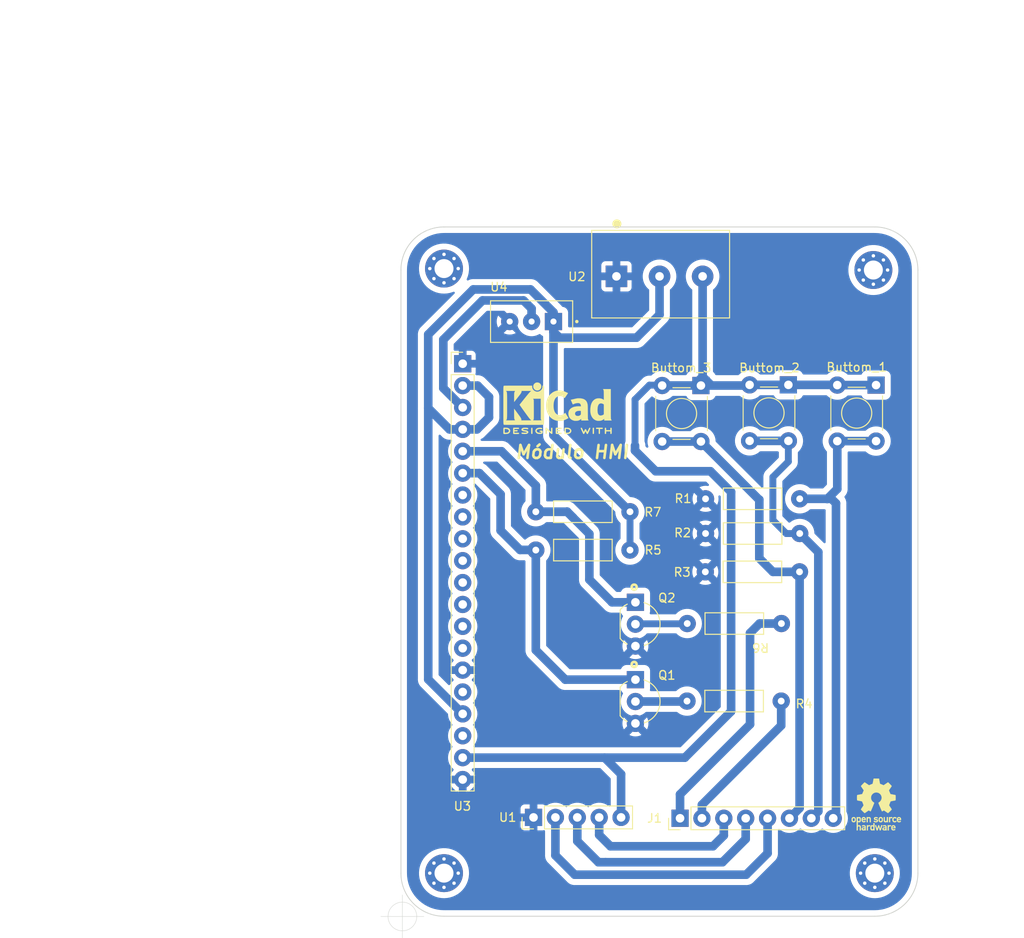
<source format=kicad_pcb>
(kicad_pcb (version 20211014) (generator pcbnew)
  (title_block (title "PLACA DE CONTROL + HMI DIGITAL") (rev "V01") (comment 2 "creativecommons.orgn/licenses/by/4.0/") (comment 3 "License: CC BY 4.0") (comment 4 "Author: Ibañez Lucas"))
  (layers (0 "F.Cu" signal) (31 "B.Cu" signal) (34 "B.Paste" user) (35 "F.Paste" user) (36 "B.SilkS" user "B.Silkscreen") (37 "F.SilkS" user "F.Silkscreen") (38 "B.Mask" user) (39 "F.Mask" user) (44 "Edge.Cuts" user))
  (net 0 "")
  (net 1 "/fromMicroC_DisplaySID")
  (net 2 "/fromMicroC_DisplaySCLK")
  (net 3 "/toMicroC_EncoderButton")
  (net 4 "/toMicroC_EncoderSignalB")
  (net 5 "/toMicroC_EncoderSignalA")
  (net 6 "/toMicroC_Button3")
  (net 7 "/toMicroC_Button2")
  (net 8 "/toMicroC_Button1")
  (net 9 "+3V3")
  (net 10 "Net-(Q1-Pad1)")
  (net 18 "Net-(Q2-Pad1)")
  (net 22 "Net-(Q1-Pad2)")
  (net 23 "Net-(Q2-Pad2)")
  (net 24 "Net-(U3-Pad3)")
  (net 25 "GND")
  (net 26 "+5V")
  (footprint "CEDCp:BC548" (layer "F.Cu") (at 138.517 114.369 -90)
    (fp_text reference "Q1" (at -3.048 -2.794 unlocked) (layer "F.SilkS"))
    (fp_text value "BC548")
    (pad "1" thru_hole rect (at -2.54 0.8525 270) (size 2 2) (drill 1) (layers *.Cu *.Mask) (net 10 "Net-(Q1-Pad1)"))
    (pad "2" thru_hole circle (at 0 0.8525 270) (size 2 2) (drill 1) (layers *.Cu *.Mask "Dwgs.User") (net 22 "Net-(Q1-Pad2)"))
    (pad "3" thru_hole circle (at 2.54 0.8525 270) (size 2 2) (drill 1) (layers *.Cu *.Mask) (net 25 "GND"))
  )
  (footprint "CEDCp:BC548" (layer "F.Cu") (at 138.517 105.394 -90)
    (fp_text reference "Q2" (at -3.048 -2.794 unlocked) (layer "F.SilkS"))
    (fp_text value "BC548")
    (pad "1" thru_hole rect (at -2.54 0.8525 270) (size 2 2) (drill 1) (layers *.Cu *.Mask) (net 18 "Net-(Q2-Pad1)"))
    (pad "2" thru_hole circle (at 0 0.8525 270) (size 2 2) (drill 1) (layers *.Cu *.Mask "Dwgs.User") (net 23 "Net-(Q2-Pad2)"))
    (pad "3" thru_hole circle (at 2.54 0.8525 270) (size 2 2) (drill 1) (layers *.Cu *.Mask) (net 25 "GND"))
  )
  (footprint "Symbol:OSHW-Logo_5.7x6mm_SilkScreen" (layer "F.Cu") (at 165.617 126.319)
    (fp_text reference "REF**" hide)
    (fp_text value "OSHW-Logo_5.7x6mm_SilkScreen" hide)
  )
  (footprint "CEDCp:Resistencia_0,25W" (layer "F.Cu") (at 131.567 92.344 180)
    (fp_text reference "R7" (at -8.125 -0.05 unlocked) (layer "F.SilkS"))
    (fp_text value "1k")
    (pad "1" thru_hole circle (at -5.465 0 180) (size 2 2) (drill 0.79) (layers *.Cu *.Mask) (net 26 "+5V"))
    (pad "2" thru_hole circle (at 5.465 0 180) (size 2 2) (drill 0.79) (layers *.Cu *.Mask) (net 18 "Net-(Q2-Pad1)"))
  )
  (footprint "MountingHole:MountingHole_2.2mm_M2_Pad_Via" (layer "F.Cu") (at 165.447 134.289)
    (fp_text reference "H3" hide)
    (fp_text value "MountingHole" hide)
    (pad "1" thru_hole circle locked (at 1.166726 -1.166726) (size 0.7 0.7) (drill 0.4) (layers *.Cu *.Mask))
    (pad "1" thru_hole circle locked (at 0 1.65) (size 0.7 0.7) (drill 0.4) (layers *.Cu *.Mask))
    (pad "1" thru_hole circle locked (at 1.166726 1.166726) (size 0.7 0.7) (drill 0.4) (layers *.Cu *.Mask))
    (pad "1" thru_hole circle locked (at 1.65 0) (size 0.7 0.7) (drill 0.4) (layers *.Cu *.Mask))
    (pad "1" thru_hole circle locked (at -1.65 0) (size 0.7 0.7) (drill 0.4) (layers *.Cu *.Mask))
    (pad "1" thru_hole circle locked (at -1.166726 -1.166726) (size 0.7 0.7) (drill 0.4) (layers *.Cu *.Mask))
    (pad "1" thru_hole circle locked (at 0 0) (size 4.4 4.4) (drill 2.2) (layers *.Cu *.Mask))
    (pad "1" thru_hole circle locked (at -1.166726 1.166726) (size 0.7 0.7) (drill 0.4) (layers *.Cu *.Mask))
    (pad "1" thru_hole circle locked (at 0 -1.65) (size 0.7 0.7) (drill 0.4) (layers *.Cu *.Mask))
  )
  (footprint "CEDCp:Resistencia_0,25W" (layer "F.Cu") (at 151.267 94.869 180)
    (fp_text reference "R2" (at 8.125 0.075 unlocked) (layer "F.SilkS"))
    (fp_text value "10k")
    (pad "1" thru_hole circle (at -5.465 0 180) (size 2 2) (drill 0.79) (layers *.Cu *.Mask) (net 7 "/toMicroC_Button2"))
    (pad "2" thru_hole circle (at 5.465 0 180) (size 2 2) (drill 0.79) (layers *.Cu *.Mask) (net 25 "GND"))
  )
  (footprint "MountingHole:MountingHole_2.2mm_M2_Pad_Via" (layer "F.Cu") (at 115.447 134.289)
    (fp_text reference "H4" hide)
    (fp_text value "MountingHole" hide)
    (pad "1" thru_hole circle locked (at 0 -1.65) (size 0.7 0.7) (drill 0.4) (layers *.Cu *.Mask))
    (pad "1" thru_hole circle locked (at 0 1.65) (size 0.7 0.7) (drill 0.4) (layers *.Cu *.Mask))
    (pad "1" thru_hole circle locked (at -1.65 0) (size 0.7 0.7) (drill 0.4) (layers *.Cu *.Mask))
    (pad "1" thru_hole circle locked (at -1.166726 1.166726) (size 0.7 0.7) (drill 0.4) (layers *.Cu *.Mask))
    (pad "1" thru_hole circle locked (at 1.166726 -1.166726) (size 0.7 0.7) (drill 0.4) (layers *.Cu *.Mask))
    (pad "1" thru_hole circle locked (at 1.65 0) (size 0.7 0.7) (drill 0.4) (layers *.Cu *.Mask))
    (pad "1" thru_hole circle locked (at 0 0) (size 4.4 4.4) (drill 2.2) (layers *.Cu *.Mask))
    (pad "1" thru_hole circle locked (at -1.166726 -1.166726) (size 0.7 0.7) (drill 0.4) (layers *.Cu *.Mask))
    (pad "1" thru_hole circle locked (at 1.166726 1.166726) (size 0.7 0.7) (drill 0.4) (layers *.Cu *.Mask))
  )
  (footprint "CEDCp:Resistencia_0,25W" (layer "F.Cu") (at 151.242 99.319 180)
    (fp_text reference "R3" (at 8.15 -0.05 unlocked) (layer "F.SilkS"))
    (fp_text value "10k")
    (pad "1" thru_hole circle (at -5.465 0 180) (size 2 2) (drill 0.79) (layers *.Cu *.Mask) (net 6 "/toMicroC_Button3"))
    (pad "2" thru_hole circle (at 5.465 0 180) (size 2 2) (drill 0.79) (layers *.Cu *.Mask) (net 25 "GND"))
  )
  (footprint "CEDCp:Preset_Multivueltas_Vertical" (layer "F.Cu") (at 125.612 70.269 180)
    (fp_text reference "U4" (at 3.795 4 unlocked) (layer "F.SilkS"))
    (fp_text value "10K")
    (pad "1" thru_hole rect (at -2.54 0 180) (size 2 2) (drill 0.71) (layers *.Cu *.Mask) (net 26 "+5V"))
    (pad "2" thru_hole circle (at 0 0 180) (size 2 2) (drill 0.71) (layers *.Cu *.Mask) (net 24 "Net-(U3-Pad3)"))
    (pad "3" thru_hole circle (at 2.54 0 180) (size 2 2) (drill 0.71) (layers *.Cu *.Mask) (net 25 "GND"))
  )
  (footprint "Symbol:KiCad-Logo2_5mm_SilkScreen" (layer "F.Cu") (at 128.617 80.319)
    (fp_text reference "REF**" hide)
    (fp_text value "KiCad-Logo2_5mm_SilkScreen" hide)
  )
  (footprint "CEDCp:Resistencia_0,25W" (layer "F.Cu") (at 149.142 105.319 180)
    (fp_text reference "R6" (at -3.048 -2.794 180 unlocked) (layer "F.SilkS"))
    (fp_text value "2k7")
    (pad "1" thru_hole circle (at -5.465 0 180) (size 2 2) (drill 0.79) (layers *.Cu *.Mask) (net 1 "/fromMicroC_DisplaySID"))
    (pad "2" thru_hole circle (at 5.465 0 180) (size 2 2) (drill 0.79) (layers *.Cu *.Mask) (net 23 "Net-(Q2-Pad2)"))
  )
  (footprint "CEDCp:Pulsador_4Pines" (layer "F.Cu") (at 143.017 80.944 -90)
    (fp_text reference "Buttom_3" (at -5.3 0.05 unlocked) (layer "F.SilkS"))
    (fp_text value "-")
    (pad "1" thru_hole rect (at -3.25 -2.25 270) (size 2 2) (drill 0.99) (layers *.Cu *.Mask) (net 9 "+3V3"))
    (pad "2" thru_hole circle (at -3.25 2.25 270) (size 2 2) (drill 0.99) (layers *.Cu *.Mask) (net 9 "+3V3"))
    (pad "3" thru_hole circle (at 3.25 -2.25 270) (size 2 2) (drill 0.99) (layers *.Cu *.Mask) (net 6 "/toMicroC_Button3"))
    (pad "4" thru_hole circle (at 3.25 2.25 270) (size 2 2) (drill 0.99) (layers *.Cu *.Mask) (net 6 "/toMicroC_Button3"))
  )
  (footprint "CEDCp:Resistencia_0,25W" (layer "F.Cu") (at 131.567 96.794 180)
    (fp_text reference "R5" (at -8.15 0 unlocked) (layer "F.SilkS"))
    (fp_text value "1k")
    (pad "1" thru_hole circle (at -5.465 0 180) (size 2 2) (drill 0.79) (layers *.Cu *.Mask) (net 26 "+5V"))
    (pad "2" thru_hole circle (at 5.465 0 180) (size 2 2) (drill 0.79) (layers *.Cu *.Mask) (net 10 "Net-(Q1-Pad1)"))
  )
  (footprint "MountingHole:MountingHole_2.2mm_M2_Pad_Via" (layer "F.Cu") (at 115.447 64.122274)
    (fp_text reference "H1" hide)
    (fp_text value "MountingHole" hide)
    (pad "1" thru_hole circle locked (at 1.166726 1.166726) (size 0.7 0.7) (drill 0.4) (layers *.Cu *.Mask))
    (pad "1" thru_hole circle locked (at 1.65 0) (size 0.7 0.7) (drill 0.4) (layers *.Cu *.Mask))
    (pad "1" thru_hole circle locked (at -1.166726 -1.166726) (size 0.7 0.7) (drill 0.4) (layers *.Cu *.Mask))
    (pad "1" thru_hole circle locked (at 1.166726 -1.166726) (size 0.7 0.7) (drill 0.4) (layers *.Cu *.Mask))
    (pad "1" thru_hole circle locked (at -1.166726 1.166726) (size 0.7 0.7) (drill 0.4) (layers *.Cu *.Mask))
    (pad "1" thru_hole circle locked (at 0 1.65) (size 0.7 0.7) (drill 0.4) (layers *.Cu *.Mask))
    (pad "1" thru_hole circle locked (at 0 0) (size 4.4 4.4) (drill 2.2) (layers *.Cu *.Mask))
    (pad "1" thru_hole circle locked (at 0 -1.65) (size 0.7 0.7) (drill 0.4) (layers *.Cu *.Mask))
    (pad "1" thru_hole circle locked (at -1.65 0) (size 0.7 0.7) (drill 0.4) (layers *.Cu *.Mask))
  )
  (footprint "CEDCp:Resistencia_0,25W" (layer "F.Cu") (at 149.117 114.319 180)
    (fp_text reference "R4" (at -8.125 -0.325 unlocked) (layer "F.SilkS"))
    (fp_text value "2k7")
    (pad "1" thru_hole circle (at -5.465 0 180) (size 2 2) (drill 0.79) (layers *.Cu *.Mask) (net 2 "/fromMicroC_DisplaySCLK"))
    (pad "2" thru_hole circle (at 5.465 0 180) (size 2 2) (drill 0.79) (layers *.Cu *.Mask) (net 22 "Net-(Q1-Pad2)"))
  )
  (footprint "CEDCp:Resistencia_0,25W" (layer "F.Cu") (at 151.267 90.844 180)
    (fp_text reference "R1" (at 8.075 0.025 unlocked) (layer "F.SilkS"))
    (fp_text value "10k")
    (pad "1" thru_hole circle (at -5.465 0 180) (size 2 2) (drill 0.79) (layers *.Cu *.Mask) (net 8 "/toMicroC_Button1"))
    (pad "2" thru_hole circle (at 5.465 0 180) (size 2 2) (drill 0.79) (layers *.Cu *.Mask) (net 25 "GND"))
  )
  (footprint "CEDCp:Pulsador_4Pines" (layer "F.Cu") (at 153.167 80.869 -90)
    (fp_text reference "Buttom_2" (at -5.225 -0.05 unlocked) (layer "F.SilkS"))
    (fp_text value "-")
    (pad "1" thru_hole rect (at -3.25 -2.25 270) (size 2 2) (drill 0.99) (layers *.Cu *.Mask) (net 9 "+3V3"))
    (pad "2" thru_hole circle (at -3.25 2.25 270) (size 2 2) (drill 0.99) (layers *.Cu *.Mask) (net 9 "+3V3"))
    (pad "3" thru_hole circle (at 3.25 -2.25 270) (size 2 2) (drill 0.99) (layers *.Cu *.Mask) (net 7 "/toMicroC_Button2"))
    (pad "4" thru_hole circle (at 3.25 2.25 270) (size 2 2) (drill 0.99) (layers *.Cu *.Mask) (net 7 "/toMicroC_Button2"))
  )
  (footprint "Connector_PinHeader_2.54mm:PinHeader_1x20_P2.54mm_Vertical" (layer "F.Cu") (at 117.617 75.164)
    (fp_text reference "U3" (at -0.03 51.355) (layer "F.SilkS"))
    (fp_text value "ST7920_Display")
    (pad "1" thru_hole rect locked (at 0 0) (size 2 2) (drill 1) (layers *.Cu *.Mask) (net 25 "GND"))
    (pad "2" thru_hole oval locked (at 0 2.54) (size 2 2) (drill 1) (layers *.Cu *.Mask) (net 26 "+5V"))
    (pad "3" thru_hole oval locked (at 0 5.08) (size 2 2) (drill 1) (layers *.Cu *.Mask) (net 24 "Net-(U3-Pad3)"))
    (pad "4" thru_hole oval locked (at 0 7.62) (size 2 2) (drill 1) (layers *.Cu *.Mask) (net 26 "+5V"))
    (pad "5" thru_hole oval locked (at 0 10.16) (size 2 2) (drill 1) (layers *.Cu *.Mask) (net 18 "Net-(Q2-Pad1)"))
    (pad "6" thru_hole oval locked (at 0 12.7) (size 2 2) (drill 1) (layers *.Cu *.Mask) (net 10 "Net-(Q1-Pad1)"))
    (pad "7" thru_hole oval locked (at 0 15.24) (size 2 2) (drill 1) (layers *.Cu *.Mask))
    (pad "8" thru_hole oval locked (at 0 17.78) (size 2 2) (drill 1) (layers *.Cu *.Mask))
    (pad "9" thru_hole oval locked (at 0 20.32) (size 2 2) (drill 1) (layers *.Cu *.Mask))
    (pad "10" thru_hole oval locked (at 0 22.86) (size 2 2) (drill 1) (layers *.Cu *.Mask))
    (pad "11" thru_hole oval locked (at 0 25.4) (size 2 2) (drill 1) (layers *.Cu *.Mask))
    (pad "12" thru_hole oval locked (at 0 27.94) (size 2 2) (drill 1) (layers *.Cu *.Mask))
    (pad "13" thru_hole oval locked (at 0 30.48) (size 2 2) (drill 1) (layers *.Cu *.Mask))
    (pad "14" thru_hole oval locked (at 0 33.02) (size 2 2) (drill 1) (layers *.Cu *.Mask))
    (pad "15" thru_hole oval locked (at 0 35.56) (size 2 2) (drill 1) (layers *.Cu *.Mask) (net 25 "GND"))
    (pad "16" thru_hole oval locked (at 0 38.1) (size 2 2) (drill 1) (layers *.Cu *.Mask))
    (pad "17" thru_hole oval locked (at 0 40.64) (size 2 2) (drill 1) (layers *.Cu *.Mask) (net 26 "+5V"))
    (pad "18" thru_hole oval locked (at 0 43.18) (size 2 2) (drill 1) (layers *.Cu *.Mask))
    (pad "19" thru_hole oval locked (at 0 45.72) (size 2 2) (drill 1) (layers *.Cu *.Mask) (net 9 "+3V3"))
    (pad "20" thru_hole oval locked (at 0 48.26) (size 2 2) (drill 1) (layers *.Cu *.Mask) (net 25 "GND"))
  )
  (footprint "CEDCp:Pulsador_4Pines" (layer "F.Cu") (at 163.342 80.894 -90)
    (fp_text reference "Buttom_1" (at -5.325 0 unlocked) (layer "F.SilkS"))
    (fp_text value "-")
    (pad "1" thru_hole rect (at -3.25 -2.25 270) (size 2 2) (drill 0.99) (layers *.Cu *.Mask) (net 9 "+3V3"))
    (pad "2" thru_hole circle (at -3.25 2.25 270) (size 2 2) (drill 0.99) (layers *.Cu *.Mask) (net 9 "+3V3"))
    (pad "3" thru_hole circle (at 3.25 -2.25 270) (size 2 2) (drill 0.99) (layers *.Cu *.Mask) (net 8 "/toMicroC_Button1"))
    (pad "4" thru_hole circle (at 3.25 2.25 270) (size 2 2) (drill 0.99) (layers *.Cu *.Mask) (net 8 "/toMicroC_Button1"))
  )
  (footprint "CEDCp:Bornera_1x3" (layer "F.Cu") (at 140.462 65.024)
    (fp_text reference "U2" (at -9.595 0.045 unlocked) (layer "F.SilkS"))
    (fp_text value "Alimentación")
    (pad "1" thru_hole circle (at 0 0) (size 2.5 2.5) (drill 1) (layers *.Cu *.Mask) (net 26 "+5V"))
    (pad "2" thru_hole rect (at -5 0) (size 2.5 2.5) (drill 1) (layers *.Cu *.Mask) (net 25 "GND"))
    (pad "3" thru_hole circle (at 5 0) (size 2.5 2.5) (drill 1) (layers *.Cu *.Mask) (net 9 "+3V3"))
  )
  (footprint "Connector_PinHeader_2.54mm:PinHeader_1x05_P2.54mm_Vertical" (layer "F.Cu") (at 125.837 127.819 90)
    (fp_text reference "U1" (at 0 -3 180) (layer "F.SilkS"))
    (fp_text value "EC11_Module")
    (pad "1" thru_hole rect locked (at 0 0 90) (size 2 2) (drill 1) (layers *.Cu *.Mask) (net 25 "GND"))
    (pad "2" thru_hole oval locked (at 0 2.54 90) (size 2 2) (drill 1) (layers *.Cu *.Mask) (net 5 "/toMicroC_EncoderSignalA"))
    (pad "3" thru_hole oval locked (at 0 5.08 90) (size 2 2) (drill 1) (layers *.Cu *.Mask) (net 4 "/toMicroC_EncoderSignalB"))
    (pad "4" thru_hole oval locked (at 0 7.62 90) (size 2 2) (drill 1) (layers *.Cu *.Mask) (net 3 "/toMicroC_EncoderButton"))
    (pad "5" thru_hole oval locked (at 0 10.16 90) (size 2 2) (drill 1) (layers *.Cu *.Mask) (net 9 "+3V3"))
  )
  (footprint "MountingHole:MountingHole_2.2mm_M2_Pad_Via" (layer "F.Cu") (at 165.280274 64.289)
    (fp_text reference "H2" hide)
    (fp_text value "MountingHole" hide)
    (pad "1" thru_hole circle locked (at 1.65 0) (size 0.7 0.7) (drill 0.4) (layers *.Cu *.Mask))
    (pad "1" thru_hole circle locked (at -1.166726 1.166726) (size 0.7 0.7) (drill 0.4) (layers *.Cu *.Mask))
    (pad "1" thru_hole circle locked (at -1.166726 -1.166726) (size 0.7 0.7) (drill 0.4) (layers *.Cu *.Mask))
    (pad "1" thru_hole circle locked (at -1.65 0) (size 0.7 0.7) (drill 0.4) (layers *.Cu *.Mask))
    (pad "1" thru_hole circle locked (at 1.166726 1.166726) (size 0.7 0.7) (drill 0.4) (layers *.Cu *.Mask))
    (pad "1" thru_hole circle locked (at 0 0) (size 4.4 4.4) (drill 2.2) (layers *.Cu *.Mask))
    (pad "1" thru_hole circle locked (at 1.166726 -1.166726) (size 0.7 0.7) (drill 0.4) (layers *.Cu *.Mask))
    (pad "1" thru_hole circle locked (at 0 1.65) (size 0.7 0.7) (drill 0.4) (layers *.Cu *.Mask))
    (pad "1" thru_hole circle locked (at 0 -1.65) (size 0.7 0.7) (drill 0.4) (layers *.Cu *.Mask))
  )
  (footprint "Connector_PinHeader_2.54mm:PinHeader_1x08_P2.54mm_Vertical" (layer "F.Cu") (at 142.842 127.919 90)
    (fp_text reference "J1" (at 0 -2.955 180) (layer "F.SilkS"))
    (fp_text value "Entradas / Salidas" hide)
    (pad "1" thru_hole rect (at 0 0 90) (size 2 2) (drill 1) (layers *.Cu *.Mask) (net 1 "/fromMicroC_DisplaySID"))
    (pad "2" thru_hole oval (at 0 2.54 90) (size 2 2) (drill 1) (layers *.Cu *.Mask) (net 2 "/fromMicroC_DisplaySCLK"))
    (pad "3" thru_hole oval (at 0 5.08 90) (size 2 2) (drill 1) (layers *.Cu *.Mask) (net 3 "/toMicroC_EncoderButton"))
    (pad "4" thru_hole oval (at 0 7.62 90) (size 2 2) (drill 1) (layers *.Cu *.Mask) (net 4 "/toMicroC_EncoderSignalB"))
    (pad "5" thru_hole oval (at 0 10.16 90) (size 2 2) (drill 1) (layers *.Cu *.Mask) (net 5 "/toMicroC_EncoderSignalA"))
    (pad "6" thru_hole oval (at 0 12.7 90) (size 2 2) (drill 1) (layers *.Cu *.Mask) (net 6 "/toMicroC_Button3"))
    (pad "7" thru_hole oval (at 0 15.24 90) (size 2 2) (drill 1) (layers *.Cu *.Mask) (net 7 "/toMicroC_Button2"))
    (pad "8" thru_hole oval (at 0 17.78 90) (size 2 2) (drill 1) (layers *.Cu *.Mask) (net 8 "/toMicroC_Button1"))
  )
  (gr_arc (start 165.447 59.289003) (mid 168.982534 60.753469) (end 170.447 64.289003) (layer "Edge.Cuts") (width 0.1))
  (gr_line (start 115.447 59.289) (end 165.447 59.289003) (layer "Edge.Cuts") (width 0.1))
  (gr_line (start 170.447 64.289003) (end 170.446997 134.289) (layer "Edge.Cuts") (width 0.1))
  (gr_arc (start 110.447 64.289) (mid 111.911466 60.753466) (end 115.447 59.289) (layer "Edge.Cuts") (width 0.1))
  (gr_arc (start 170.446997 134.289) (mid 168.982531 137.824534) (end 165.446997 139.289) (layer "Edge.Cuts") (width 0.1))
  (gr_arc (start 115.447 139.288997) (mid 111.911466 137.824531) (end 110.447 134.288997) (layer "Edge.Cuts") (width 0.1))
  (gr_line (start 165.446997 139.289) (end 115.447 139.288997) (layer "Edge.Cuts") (width 0.1))
  (gr_line (start 110.447 134.288997) (end 110.447 64.289) (layer "Edge.Cuts") (width 0.1))
  (gr_text "Módulo HMI\n" (at 130.317 85.419) (layer "F.SilkS") (effects (font (size 1.5 1.5) (thickness 0.3) italic)))
  (target plus (at 110.617 139.319) (size 5) (width 0.05) (layer "Edge.Cuts"))
  (segment (start 150.967 106.419) (end 152.067 105.319) (width 1) (layer "B.Cu") (net 1))
  (segment (start 142.842 125.144) (end 150.967 117.019) (width 1) (layer "B.Cu") (net 1))
  (segment (start 154.607 105.319) (end 152.067 105.319) (width 1) (layer "B.Cu") (net 1))
  (segment (start 154.582 105.319) (end 152.067 105.319) (width 0.8) (layer "B.Cu") (net 1))
  (segment (start 142.842 127.919) (end 142.842 125.144) (width 1) (layer "B.Cu") (net 1))
  (segment (start 150.967 117.019) (end 150.967 106.419) (width 1) (layer "B.Cu") (net 1))
  (segment (start 154.582 117.154) (end 154.582 114.319) (width 1) (layer "B.Cu") (net 2))
  (segment (start 145.382 127.919) (end 145.382 126.354) (width 1) (layer "B.Cu") (net 2))
  (segment (start 145.382 126.354) (end 154.582 117.154) (width 1) (layer "B.Cu") (net 2))
  (segment (start 147.922 127.919) (end 147.922 129.914) (width 1) (layer "B.Cu") (net 3))
  (segment (start 147.922 129.914) (end 146.667 131.169) (width 1) (layer "B.Cu") (net 3))
  (segment (start 133.457 127.819) (end 133.457 129.859) (width 1) (layer "B.Cu") (net 3))
  (segment (start 133.457 129.859) (end 134.767 131.169) (width 1) (layer "B.Cu") (net 3))
  (segment (start 134.767 131.169) (end 146.667 131.169) (width 1) (layer "B.Cu") (net 3))
  (segment (start 147.767 133.019) (end 150.462 130.324) (width 1) (layer "B.Cu") (net 4))
  (segment (start 130.917 130.569) (end 133.367 133.019) (width 1) (layer "B.Cu") (net 4))
  (segment (start 130.917 127.819) (end 130.917 130.569) (width 1) (layer "B.Cu") (net 4))
  (segment (start 150.462 130.324) (end 150.462 127.919) (width 1) (layer "B.Cu") (net 4))
  (segment (start 134.192 133.019) (end 147.767 133.019) (width 1) (layer "B.Cu") (net 4))
  (segment (start 133.367 133.019) (end 134.192 133.019) (width 1) (layer "B.Cu") (net 4))
  (segment (start 130.617 134.469) (end 150.517 134.469) (width 1) (layer "B.Cu") (net 5))
  (segment (start 153.002 127.919) (end 153.002 131.984) (width 1) (layer "B.Cu") (net 5))
  (segment (start 128.377 127.819) (end 128.377 132.229) (width 1) (layer "B.Cu") (net 5))
  (segment (start 150.517 134.469) (end 153.002 131.984) (width 1) (layer "B.Cu") (net 5))
  (segment (start 128.377 132.229) (end 130.617 134.469) (width 1) (layer "B.Cu") (net 5))
  (segment (start 140.752 84.149) (end 145.252 84.149) (width 0.8) (layer "B.Cu") (net 6))
  (segment (start 152.042 97.744) (end 153.617 99.319) (width 1) (layer "B.Cu") (net 6))
  (segment (start 145.267 84.194) (end 152.012 90.939) (width 1) (layer "B.Cu") (net 6))
  (segment (start 155.542 127.919) (end 156.717 126.744) (width 1) (layer "B.Cu") (net 6))
  (segment (start 152.012 90.939) (end 152.042 90.939) (width 1) (layer "B.Cu") (net 6))
  (segment (start 156.717 99.329) (end 156.707 99.319) (width 1) (layer "B.Cu") (net 6))
  (segment (start 153.617 99.319) (end 156.707 99.319) (width 1) (layer "B.Cu") (net 6))
  (segment (start 152.042 90.939) (end 152.042 97.744) (width 1) (layer "B.Cu") (net 6))
  (segment (start 156.717 126.744) (end 156.717 99.329) (width 1) (layer "B.Cu") (net 6))
  (segment (start 145.252 84.149) (end 152.042 90.939) (width 0.8) (layer "B.Cu") (net 6))
  (segment (start 140.767 84.194) (end 145.267 84.194) (width 1) (layer "B.Cu") (net 6))
  (segment (start 153.617 93.319) (end 155.172 94.874) (width 0.8) (layer "B.Cu") (net 7))
  (segment (start 150.917 84.119) (end 155.417 84.119) (width 1) (layer "B.Cu") (net 7))
  (segment (start 158.082 127.919) (end 158.892 127.109) (width 1) (layer "B.Cu") (net 7))
  (segment (start 150.912 84.149) (end 155.412 84.149) (width 0.8) (layer "B.Cu") (net 7))
  (segment (start 158.892 97.029) (end 156.732 94.869) (width 1) (layer "B.Cu") (net 7))
  (segment (start 155.412 84.149) (end 155.412 86.524) (width 0.8) (layer "B.Cu") (net 7))
  (segment (start 153.617 88.319) (end 153.617 93.319) (width 0.8) (layer "B.Cu") (net 7))
  (segment (start 155.412 86.524) (end 153.617 88.319) (width 0.8) (layer "B.Cu") (net 7))
  (segment (start 158.892 127.109) (end 158.892 97.029) (width 1) (layer "B.Cu") (net 7))
  (segment (start 155.172 94.874) (end 156.722 94.874) (width 0.8) (layer "B.Cu") (net 7))
  (segment (start 161.072 84.149) (end 165.572 84.149) (width 0.8) (layer "B.Cu") (net 8))
  (segment (start 159.922 90.864) (end 156.722 90.864) (width 0.8) (layer "B.Cu") (net 8))
  (segment (start 160.667 90.119) (end 159.922 90.864) (width 0.8) (layer "B.Cu") (net 8))
  (segment (start 161.072 89.714) (end 160.667 90.119) (width 0.8) (layer "B.Cu") (net 8))
  (segment (start 161.072 84.149) (end 161.072 89.714) (width 0.8) (layer "B.Cu") (net 8))
  (segment (start 161.092 84.144) (end 165.592 84.144) (width 1) (layer "B.Cu") (net 8))
  (segment (start 160.417 90.844) (end 156.732 90.844) (width 1) (layer "B.Cu") (net 8))
  (segment (start 160.942 127.599) (end 160.942 91.369) (width 1) (layer "B.Cu") (net 8))
  (segment (start 161.092 89.694) (end 159.922 90.864) (width 1) (layer "B.Cu") (net 8))
  (segment (start 161.092 84.144) (end 161.092 89.694) (width 1) (layer "B.Cu") (net 8))
  (segment (start 160.942 91.369) (end 160.417 90.844) (width 1) (layer "B.Cu") (net 8))
  (segment (start 160.622 127.919) (end 160.942 127.599) (width 1) (layer "B.Cu") (net 8))
  (segment (start 145.462 65.024) (end 145.462 77.499) (width 1) (layer "B.Cu") (net 9))
  (segment (start 143.712 77.649) (end 145.252 77.649) (width 0.8) (layer "B.Cu") (net 9))
  (segment (start 144.347 77.649) (end 143.712 77.649) (width 0.8) (layer "B.Cu") (net 9))
  (segment (start 150.842 77.694) (end 150.917 77.619) (width 1) (layer "B.Cu") (net 9))
  (segment (start 146.367 87.644) (end 148.767 90.044) (width 1) (layer "B.Cu") (net 9))
  (segment (start 144.822 77.649) (end 145.462 77.009) (width 0.8) (layer "B.Cu") (net 9))
  (segment (start 145.462 77.499) (end 145.267 77.694) (width 1) (layer "B.Cu") (net 9))
  (segment (start 145.252 77.649) (end 146.252 77.649) (width 0.8) (layer "B.Cu") (net 9))
  (segment (start 145.462 76.534) (end 145.462 65.024) (width 0.8) (layer "B.Cu") (net 9))
  (segment (start 140.017 87.644) (end 146.367 87.644) (width 1) (layer "B.Cu") (net 9))
  (segment (start 137.617 79.319) (end 139.287 77.649) (width 0.8) (layer "B.Cu") (net 9))
  (segment (start 146.252 77.649) (end 146.887 77.649) (width 0.8) (layer "B.Cu") (net 9))
  (segment (start 135.997 122.799) (end 134.082 120.884) (width 1) (layer "B.Cu") (net 9))
  (segment (start 135.997 127.819) (end 135.997 122.799) (width 1) (layer "B.Cu") (net 9))
  (segment (start 134.082 120.884) (end 143.402 120.884) (width 0.8) (layer "B.Cu") (net 9))
  (segment (start 137.617 84.669) (end 137.617 85.244) (width 1) (layer "B.Cu") (net 9))
  (segment (start 143.712 77.649) (end 144.822 77.649) (width 0.8) (layer "B.Cu") (net 9))
  (segment (start 145.462 76.534) (end 144.347 77.649) (width 0.8) (layer "B.Cu") (net 9))
  (segment (start 145.462 76.859) (end 146.252 77.649) (width 0.8) (layer "B.Cu") (net 9))
  (segment (start 145.462 76.534) (end 146.577 77.649) (width 0.8) (layer "B.Cu") (net 9))
  (segment (start 137.617 85.244) (end 140.017 87.644) (width 1) (layer "B.Cu") (net 9))
  (segment (start 143.402 120.884) (end 148.767 115.519) (width 1) (layer "B.Cu") (net 9))
  (segment (start 161.067 77.619) (end 161.092 77.644) (width 1) (layer "B.Cu") (net 9))
  (segment (start 146.577 77.649) (end 146.887 77.649) (width 0.8) (layer "B.Cu") (net 9))
  (segment (start 145.267 77.694) (end 150.842 77.694) (width 1) (layer "B.Cu") (net 9))
  (segment (start 117.617 120.884) (end 143.402 120.884) (width 1) (layer "B.Cu") (net 9))
  (segment (start 145.462 76.534) (end 145.462 77.009) (width 0.8) (layer "B.Cu") (net 9))
  (segment (start 145.462 77.009) (end 145.462 77.439) (width 0.8) (layer "B.Cu") (net 9))
  (segment (start 146.887 77.649) (end 148.387 77.649) (width 0.8) (layer "B.Cu") (net 9))
  (segment (start 145.462 77.439) (end 145.252 77.649) (width 0.8) (layer "B.Cu") (net 9))
  (segment (start 148.387 77.649) (end 150.912 77.649) (width 0.8) (layer "B.Cu") (net 9))
  (segment (start 150.912 77.649) (end 155.412 77.649) (width 0.8) (layer "B.Cu") (net 9))
  (segment (start 148.767 90.044) (end 148.767 106.419) (width 1) (layer "B.Cu") (net 9))
  (segment (start 150.917 77.619) (end 155.417 77.619) (width 1) (layer "B.Cu") (net 9))
  (segment (start 155.417 77.619) (end 161.067 77.619) (width 1) (layer "B.Cu") (net 9))
  (segment (start 155.412 77.649) (end 161.072 77.649) (width 0.8) (layer "B.Cu") (net 9))
  (segment (start 140.767 77.694) (end 145.267 77.694) (width 1) (layer "B.Cu") (net 9))
  (segment (start 145.462 76.534) (end 145.462 76.859) (width 0.8) (layer "B.Cu") (net 9))
  (segment (start 161.072 77.649) (end 165.572 77.649) (width 0.8) (layer "B.Cu") (net 9))
  (segment (start 139.287 77.649) (end 143.712 77.649) (width 0.8) (layer "B.Cu") (net 9))
  (segment (start 161.092 77.644) (end 165.592 77.644) (width 1) (layer "B.Cu") (net 9))
  (segment (start 148.767 115.519) (end 148.767 106.419) (width 1) (layer "B.Cu") (net 9))
  (segment (start 117.617 120.884) (end 134.082 120.884) (width 0.8) (layer "B.Cu") (net 9))
  (segment (start 137.617 84.669) (end 137.617 79.319) (width 0.8) (layer "B.Cu") (net 9))
  (segment (start 122.017 94.519) (end 124.272 96.774) (width 1) (layer "B.Cu") (net 10))
  (segment (start 119.562 87.864) (end 122.017 90.319) (width 1) (layer "B.Cu") (net 10))
  (segment (start 122.017 90.319) (end 122.017 94.519) (width 1) (layer "B.Cu") (net 10))
  (segment (start 126.107 108.409) (end 129.51021 111.81221) (width 0.8) (layer "B.Cu") (net 10))
  (segment (start 137.6645 111.829) (end 129.527 111.829) (width 1) (layer "B.Cu") (net 10))
  (segment (start 117.617 87.864) (end 119.562 87.864) (width 1) (layer "B.Cu") (net 10))
  (segment (start 129.527 111.829) (end 129.51021 111.81221) (width 1) (layer "B.Cu") (net 10))
  (segment (start 129.51021 111.81221) (end 137.6645 111.81221) (width 0.8) (layer "B.Cu") (net 10))
  (segment (start 126.102 108.404) (end 129.51021 111.81221) (width 1) (layer "B.Cu") (net 10))
  (segment (start 126.102 96.794) (end 126.102 108.404) (width 1) (layer "B.Cu") (net 10))
  (segment (start 126.082 96.774) (end 126.102 96.794) (width 1) (layer "B.Cu") (net 10))
  (segment (start 124.272 96.774) (end 126.082 96.774) (width 1) (layer "B.Cu") (net 10))
  (segment (start 126.107 96.774) (end 126.107 108.409) (width 0.8) (layer "B.Cu") (net 10))
  (segment (start 124.272 96.774) (end 126.107 96.774) (width 0.8) (layer "B.Cu") (net 10))
  (segment (start 126.107 89.309) (end 126.107 92.329) (width 0.8) (layer "B.Cu") (net 18))
  (segment (start 132.317 94.919) (end 132.317 100.219) (width 1) (layer "B.Cu") (net 18))
  (segment (start 134.91021 102.81221) (end 137.6645 102.81221) (width 0.8) (layer "B.Cu") (net 18))
  (segment (start 132.317 100.219) (end 134.91021 102.81221) (width 1) (layer "B.Cu") (net 18))
  (segment (start 130.4045 93.0065) (end 132.317 94.919) (width 1) (layer "B.Cu") (net 18))
  (segment (start 126.102 92.344) (end 129.742 92.344) (width 1) (layer "B.Cu") (net 18))
  (segment (start 129.712 92.344) (end 129.727 92.329) (width 1) (layer "B.Cu") (net 18))
  (segment (start 126.102 92.344) (end 129.712 92.344) (width 1) (layer "B.Cu") (net 18))
  (segment (start 126.107 92.329) (end 129.727 92.329) (width 0.8) (layer "B.Cu") (net 18))
  (segment (start 137.6645 102.854) (end 134.952 102.854) (width 1) (layer "B.Cu") (net 18))
  (segment (start 129.727 92.329) (end 130.4045 93.0065) (width 1) (layer "B.Cu") (net 18))
  (segment (start 126.107 92.339) (end 126.102 92.344) (width 1) (layer "B.Cu") (net 18))
  (segment (start 129.742 92.344) (end 130.4045 93.0065) (width 1) (layer "B.Cu") (net 18))
  (segment (start 134.952 102.854) (end 134.91021 102.81221) (width 1) (layer "B.Cu") (net 18))
  (segment (start 126.107 89.309) (end 126.107 92.339) (width 1) (layer "B.Cu") (net 18))
  (segment (start 118.112 85.324) (end 118.117 85.319) (width 0.8) (layer "B.Cu") (net 18))
  (segment (start 117.617 85.324) (end 122.122 85.324) (width 1) (layer "B.Cu") (net 18))
  (segment (start 122.122 85.324) (end 126.107 89.309) (width 1) (layer "B.Cu") (net 18))
  (segment (start 137.6645 114.35221) (end 143.61879 114.35221) (width 0.8) (layer "B.Cu") (net 22))
  (segment (start 137.6645 114.369) (end 143.602 114.369) (width 1) (layer "B.Cu") (net 22))
  (segment (start 143.61879 114.35221) (end 143.652 114.319) (width 0.8) (layer "B.Cu") (net 22))
  (segment (start 143.602 114.369) (end 143.652 114.319) (width 1) (layer "B.Cu") (net 22))
  (segment (start 143.61879 105.35221) (end 143.652 105.319) (width 0.8) (layer "B.Cu") (net 23))
  (segment (start 137.6645 105.35221) (end 143.61879 105.35221) (width 0.8) (layer "B.Cu") (net 23))
  (segment (start 115.367 72.369) (end 119.917 67.819) (width 1) (layer "B.Cu") (net 24))
  (segment (start 117.617 80.244) (end 115.367 77.994) (width 1) (layer "B.Cu") (net 24))
  (segment (start 124.667 67.819) (end 119.917 67.819) (width 1) (layer "B.Cu") (net 24))
  (segment (start 122.917 67.819) (end 122.017 67.819) (width 0.8) (layer "B.Cu") (net 24))
  (segment (start 119.917 67.819) (end 122.917 67.819) (width 0.8) (layer "B.Cu") (net 24))
  (segment (start 125.612 68.764) (end 124.667 67.819) (width 1) (layer "B.Cu") (net 24))
  (segment (start 115.367 77.994) (end 115.367 72.369) (width 1) (layer "B.Cu") (net 24))
  (segment (start 124.667 67.819) (end 122.917 67.819) (width 0.8) (layer "B.Cu") (net 24))
  (segment (start 125.612 70.269) (end 125.612 68.764) (width 1) (layer "B.Cu") (net 24))
  (segment (start 134.617 72.1415) (end 137.7895 72.1415) (width 0.8) (layer "B.Cu") (net 26))
  (segment (start 113.617 71.769) (end 118.842 66.544) (width 1) (layer "B.Cu") (net 26))
  (segment (start 140.462 69.469) (end 137.7895 72.1415) (width 1) (layer "B.Cu") (net 26))
  (segment (start 113.617 80.319) (end 113.617 75.319) (width 0.8) (layer "B.Cu") (net 26))
  (segment (start 137.037 92.329) (end 134.617 89.909) (width 0.8) (layer "B.Cu") (net 26))
  (segment (start 128.152 70.269) (end 128.152 83.464) (width 1) (layer "B.Cu") (net 26))
  (segment (start 113.617 111.804) (end 117.617 115.804) (width 1) (layer "B.Cu") (net 26))
  (segment (start 119.277 82.784) (end 120.667 81.394) (width 1) (layer "B.Cu") (net 26))
  (segment (start 140.462 65.024) (end 140.462 69.469) (width 1) (layer "B.Cu") (net 26))
  (segment (start 116.082 82.784) (end 113.617 80.319) (width 1) (layer "B.Cu") (net 26))
  (segment (start 128.152 71.454) (end 128.8395 72.1415) (width 1) (layer "B.Cu") (net 26))
  (segment (start 128.152 69.204) (end 128.152 70.269) (width 1) (layer "B.Cu") (net 26))
  (segment (start 113.617 71.769) (end 113.617 75.319) (width 0.8) (layer "B.Cu") (net 26))
  (segment (start 128.152 70.269) (end 128.152 71.454) (width 1) (layer "B.Cu") (net 26))
  (segment (start 125.492 66.544) (end 128.152 69.204) (width 1) (layer "B.Cu") (net 26))
  (segment (start 137.037 96.774) (end 137.037 92.329) (width 0.8) (layer "B.Cu") (net 26))
  (segment (start 128.8395 72.1415) (end 137.7895 72.1415) (width 1) (layer "B.Cu") (net 26))
  (segment (start 128.152 83.464) (end 137.032 92.344) (width 1) (layer "B.Cu") (net 26))
  (segment (start 117.617 77.704) (end 119.352 77.704) (width 1) (layer "B.Cu") (net 26))
  (segment (start 118.842 66.544) (end 125.492 66.544) (width 1) (layer "B.Cu") (net 26))
  (segment (start 119.352 77.704) (end 120.667 79.019) (width 1) (layer "B.Cu") (net 26))
  (segment (start 117.617 82.784) (end 119.277 82.784) (width 1) (layer "B.Cu") (net 26))
  (segment (start 113.617 111.804) (end 113.617 80.319) (width 0.8) (layer "B.Cu") (net 26))
  (segment (start 120.667 79.019) (end 120.667 81.394) (width 1) (layer "B.Cu") (net 26))
  (segment (start 113.617 71.769) (end 113.617 111.804) (width 1) (layer "B.Cu") (net 26))
  (segment (start 117.617 82.784) (end 116.082 82.784) (width 1) (layer "B.Cu") (net 26))
  (zone (net 25) (net_name "GND") (layer "B.Cu") (connect_pads (clearance 0.7)) (min_thickness 0.254) (fill yes (thermal_gap 0.508) (thermal_bridge_width 0.9))
    (polygon (pts (xy 170.617 139.319) (xy 110.617 139.319) (xy 110.617 59.319) (xy 170.617 59.319)))
  )
)
</source>
